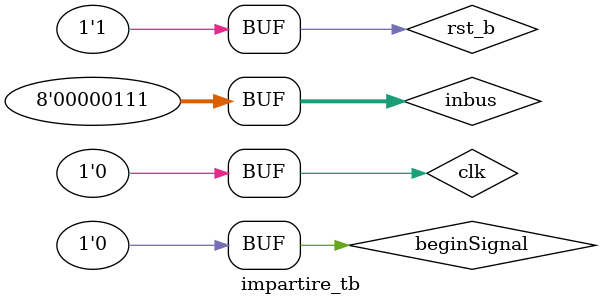
<source format=v>
`timescale 1ns/1ns

`include "../src/function_table.v"
`include "../src/control_unit_fsm.v"
`include "../src/adder.v"
`include "../src/counter.v"
`include "../src/demux.v"
`include "../src/mux.v"
`include "../src/register.v"
`include "../src/srt4.v"

module impartire_tb;
reg [7:0] inbus;
reg beginSignal, clk, rst_b;
wire [7:0] outbus;
wire endSignal;

srt4 srt_4(
    .inbus(inbus),
    .beginSignal(beginSignal), 
    .clk(clk), 
    .rst_b(rst_b),
    .outbus(outbus),
    .endSignal(endSignal)
);

initial begin
    clk = 0;
    repeat (100) #10 clk = ~clk;
end

initial begin
    $dumpfile("waveform.vcd");
    $dumpvars(0, impartire_tb);
    beginSignal = 1;
    rst_b = 1;
    inbus = 202;
    #2 rst_b = 0;
    #3 rst_b = 1;    
    #15 beginSignal = 0;
    #10 inbus = 7; 
end

endmodule
</source>
